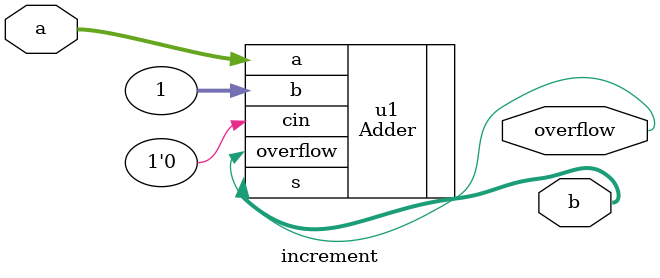
<source format=v>
module increment(a,b,overflow);
input [31:0]a;
output [31:0]b;
output overflow;
Adder u1(.cin(1'b0),.a(a),.b(32'b00000000000000000000000000000001),.s(b),.overflow(overflow));
endmodule

</source>
